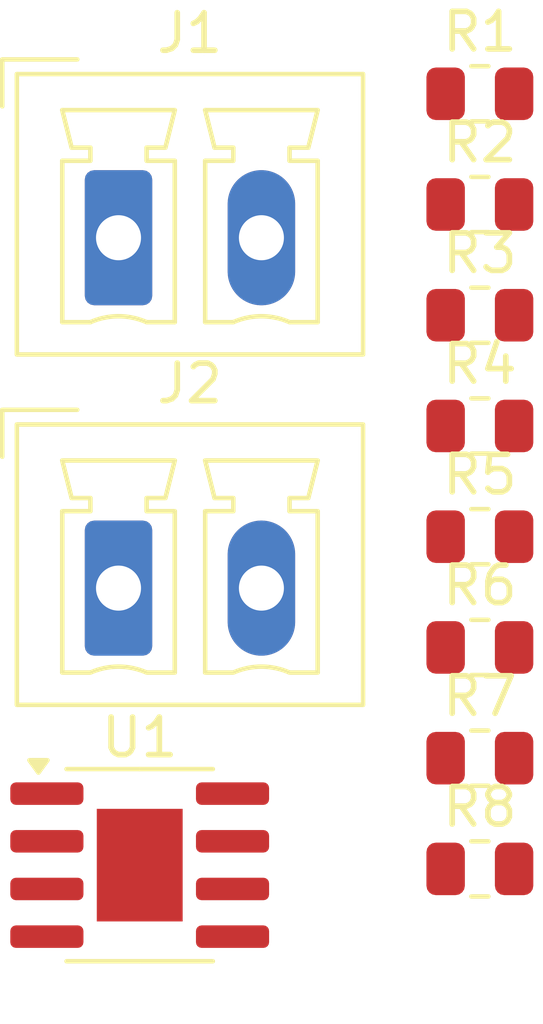
<source format=kicad_pcb>
(kicad_pcb (version 20240108) (generator "pcbnew") (generator_version "8.0")
  (layers (0 "F.Cu" signal) (31 "B.Cu" signal) (34 "B.Paste" user) (35 "F.Paste" user) (36 "B.SilkS" user "B.Silkscreen") (37 "F.SilkS" user "F.Silkscreen") (38 "B.Mask" user) (39 "F.Mask" user) (44 "Edge.Cuts" user))
  (net 0 "")
  (net 1 "Net-(J1-Pin_2)")
  (net 2 "GND")
  (net 3 "Net-(J2-Pin_2)")
  (net 4 "+5V")
  (net 5 "Net-(U1A--)")
  (net 6 "Net-(R3-Pad2)")
  (net 7 "Net-(U1B--)")
  (net 8 "Net-(R8-Pad2)")
  (footprint "Resistor_SMD:R_0805_2012Metric" (layer "F.Cu") (at 111.5875 71.7)
    (property "Reference" "R4" (at 0 -1.65 0) (layer "F.SilkS"))
    (property "Value" "1K")
    (fp_line (start -0.227064 -0.735) (end 0.227064 -0.735) (stroke (width 0.12)) (layer "F.SilkS"))
    (fp_line (start -0.227064 0.735) (end 0.227064 0.735) (stroke (width 0.12)) (layer "F.SilkS"))
    (pad "1" smd roundrect (at -0.9125 0) (size 1.025 1.4) (layers "F.Cu" "F.Paste" "F.Mask") (roundrect_rratio 0.243902) (net 5 "Net-(U1A--)"))
    (pad "2" smd roundrect (at 0.9125 0) (size 1.025 1.4) (layers "F.Cu" "F.Paste" "F.Mask") (roundrect_rratio 0.243902) (net 2 "GND"))
  )
  (footprint "Connector_Phoenix_MC:PhoenixContact_MCV_1,5_2-G-3.81_1x02_P3.81mm_Vertical" (layer "F.Cu") (at 101.9525 76.02)
    (property "Reference" "J2" (at 1.9 -5.45 0) (layer "F.SilkS"))
    (property "Value" "Conn_01x02")
    (fp_line (start -3.1 -4.75) (end -1.1 -4.75) (stroke (width 0.12)) (layer "F.SilkS"))
    (fp_line (start -3.1 -3.5) (end -3.1 -4.75) (stroke (width 0.12)) (layer "F.SilkS"))
    (fp_line (start -2.71 -4.36) (end -2.71 3.11) (stroke (width 0.12)) (layer "F.SilkS"))
    (fp_line (start -2.71 3.11) (end 6.52 3.11) (stroke (width 0.12)) (layer "F.SilkS"))
    (fp_line (start -1.5 -3.4) (end 1.5 -3.4) (stroke (width 0.12)) (layer "F.SilkS"))
    (fp_line (start -1.5 -2.05) (end -0.75 -2.05) (stroke (width 0.12)) (layer "F.SilkS"))
    (fp_line (start -1.5 2.25) (end -1.5 -2.05) (stroke (width 0.12)) (layer "F.SilkS"))
    (fp_line (start -1.25 -2.4) (end -1.5 -3.4) (stroke (width 0.12)) (layer "F.SilkS"))
    (fp_line (start -0.75 -2.4) (end -1.25 -2.4) (stroke (width 0.12)) (layer "F.SilkS"))
    (fp_line (start -0.75 -2.05) (end -0.75 -2.4) (stroke (width 0.12)) (layer "F.SilkS"))
    (fp_line (start -0.75 2.25) (end -1.5 2.25) (stroke (width 0.12)) (layer "F.SilkS"))
    (fp_line (start 0.75 -2.4) (end 0.75 -2.05) (stroke (width 0.12)) (layer "F.SilkS"))
    (fp_line (start 0.75 -2.05) (end 1.5 -2.05) (stroke (width 0.12)) (layer "F.SilkS"))
    (fp_line (start 1.25 -2.4) (end 0.75 -2.4) (stroke (width 0.12)) (layer "F.SilkS"))
    (fp_line (start 1.5 -3.4) (end 1.25 -2.4) (stroke (width 0.12)) (layer "F.SilkS"))
    (fp_line (start 1.5 -2.05) (end 1.5 2.25) (stroke (width 0.12)) (layer "F.SilkS"))
    (fp_line (start 1.5 2.25) (end 0.75 2.25) (stroke (width 0.12)) (layer "F.SilkS"))
    (fp_line (start 2.31 -3.4) (end 5.31 -3.4) (stroke (width 0.12)) (layer "F.SilkS"))
    (fp_line (start 2.31 -2.05) (end 3.06 -2.05) (stroke (width 0.12)) (layer "F.SilkS"))
    (fp_line (start 2.31 2.25) (end 2.31 -2.05) (stroke (width 0.12)) (layer "F.SilkS"))
    (fp_line (start 2.56 -2.4) (end 2.31 -3.4) (stroke (width 0.12)) (layer "F.SilkS"))
    (fp_line (start 3.06 -2.4) (end 2.56 -2.4) (stroke (width 0.12)) (layer "F.SilkS"))
    (fp_line (start 3.06 -2.05) (end 3.06 -2.4) (stroke (width 0.12)) (layer "F.SilkS"))
    (fp_line (start 3.06 2.25) (end 2.31 2.25) (stroke (width 0.12)) (layer "F.SilkS"))
    (fp_line (start 4.56 -2.4) (end 4.56 -2.05) (stroke (width 0.12)) (layer "F.SilkS"))
    (fp_line (start 4.56 -2.05) (end 5.31 -2.05) (stroke (width 0.12)) (layer "F.SilkS"))
    (fp_line (start 5.06 -2.4) (end 4.56 -2.4) (stroke (width 0.12)) (layer "F.SilkS"))
    (fp_line (start 5.31 -3.4) (end 5.06 -2.4) (stroke (width 0.12)) (layer "F.SilkS"))
    (fp_line (start 5.31 -2.05) (end 5.31 2.25) (stroke (width 0.12)) (layer "F.SilkS"))
    (fp_line (start 5.31 2.25) (end 4.56 2.25) (stroke (width 0.12)) (layer "F.SilkS"))
    (fp_line (start 6.52 -4.36) (end -2.71 -4.36) (stroke (width 0.12)) (layer "F.SilkS"))
    (fp_line (start 6.52 3.11) (end 6.52 -4.36) (stroke (width 0.12)) (layer "F.SilkS"))
    (fp_arc (start -0.75 2.25) (mid -0.000193 2.09191) (end 0.749647 2.249844) (stroke (width 0.12)) (layer "F.SilkS"))
    (fp_arc (start 3.06 2.25) (mid 3.809807 2.09191) (end 4.559647 2.249844) (stroke (width 0.12)) (layer "F.SilkS"))
    (pad "1" thru_hole roundrect (at 0 0) (size 1.8 3.6) (drill 1.2) (layers "*.Cu" "*.Mask") (roundrect_rratio 0.138889) (net 2 "GND"))
    (pad "2" thru_hole oval (at 3.81 0) (size 1.8 3.6) (drill 1.2) (layers "*.Cu" "*.Mask") (net 3 "Net-(J2-Pin_2)"))
  )
  (footprint "Resistor_SMD:R_0805_2012Metric" (layer "F.Cu") (at 111.5875 65.8)
    (property "Reference" "R2" (at 0 -1.65 0) (layer "F.SilkS"))
    (property "Value" "10K")
    (fp_line (start -0.227064 -0.735) (end 0.227064 -0.735) (stroke (width 0.12)) (layer "F.SilkS"))
    (fp_line (start -0.227064 0.735) (end 0.227064 0.735) (stroke (width 0.12)) (layer "F.SilkS"))
    (pad "1" smd roundrect (at -0.9125 0) (size 1.025 1.4) (layers "F.Cu" "F.Paste" "F.Mask") (roundrect_rratio 0.243902) (net 4 "+5V"))
    (pad "2" smd roundrect (at 0.9125 0) (size 1.025 1.4) (layers "F.Cu" "F.Paste" "F.Mask") (roundrect_rratio 0.243902) (net 1 "Net-(J1-Pin_2)"))
  )
  (footprint "Resistor_SMD:R_0805_2012Metric" (layer "F.Cu") (at 111.5875 74.65)
    (property "Reference" "R5" (at 0 -1.65 0) (layer "F.SilkS"))
    (property "Value" "10K")
    (fp_line (start -0.227064 -0.735) (end 0.227064 -0.735) (stroke (width 0.12)) (layer "F.SilkS"))
    (fp_line (start -0.227064 0.735) (end 0.227064 0.735) (stroke (width 0.12)) (layer "F.SilkS"))
    (pad "1" smd roundrect (at -0.9125 0) (size 1.025 1.4) (layers "F.Cu" "F.Paste" "F.Mask") (roundrect_rratio 0.243902) (net 4 "+5V"))
    (pad "2" smd roundrect (at 0.9125 0) (size 1.025 1.4) (layers "F.Cu" "F.Paste" "F.Mask") (roundrect_rratio 0.243902) (net 3 "Net-(J2-Pin_2)"))
  )
  (footprint "Package_SO:SOIC-8-1EP_3.9x4.9mm_P1.27mm_EP2.29x3mm" (layer "F.Cu") (at 102.5175 83.4)
    (property "Reference" "U1" (at 0 -3.4 0) (layer "F.SilkS"))
    (property "Value" "LM358")
    (fp_line (start 0 -2.56) (end -1.95 -2.56) (stroke (width 0.12)) (layer "F.SilkS"))
    (fp_line (start 0 -2.56) (end 1.95 -2.56) (stroke (width 0.12)) (layer "F.SilkS"))
    (fp_line (start 0 2.56) (end -1.95 2.56) (stroke (width 0.12)) (layer "F.SilkS"))
    (fp_line (start 0 2.56) (end 1.95 2.56) (stroke (width 0.12)) (layer "F.SilkS"))
    (fp_poly (pts (xy -2.7 -2.465) (xy -2.94 -2.795) (xy -2.46 -2.795) (xy -2.7 -2.465)) (stroke (width 0.12)) (fill solid) (layer "F.SilkS"))
    (pad "1" smd roundrect (at -2.475 -1.905) (size 1.95 0.6) (layers "F.Cu" "F.Paste" "F.Mask") (net 6 "Net-(R3-Pad2)"))
    (pad "2" smd roundrect (at -2.475 -0.635) (size 1.95 0.6) (layers "F.Cu" "F.Paste" "F.Mask") (net 5 "Net-(U1A--)"))
    (pad "3" smd roundrect (at -2.475 0.635) (size 1.95 0.6) (layers "F.Cu" "F.Paste" "F.Mask") (net 1 "Net-(J1-Pin_2)"))
    (pad "4" smd roundrect (at -2.475 1.905) (size 1.95 0.6) (layers "F.Cu" "F.Paste" "F.Mask"))
    (pad "5" smd roundrect (at 2.475 1.905) (size 1.95 0.6) (layers "F.Cu" "F.Paste" "F.Mask") (net 3 "Net-(J2-Pin_2)"))
    (pad "6" smd roundrect (at 2.475 0.635) (size 1.95 0.6) (layers "F.Cu" "F.Paste" "F.Mask") (net 7 "Net-(U1B--)"))
    (pad "7" smd roundrect (at 2.475 -0.635) (size 1.95 0.6) (layers "F.Cu" "F.Paste" "F.Mask") (net 8 "Net-(R8-Pad2)"))
    (pad "8" smd roundrect (at 2.475 -1.905) (size 1.95 0.6) (layers "F.Cu" "F.Paste" "F.Mask"))
    (pad "9" smd rect (at 0 0) (size 2.29 3) (property pad_prop_heatsink) (layers "F.Cu" "F.Mask"))
  )
  (footprint "Resistor_SMD:R_0805_2012Metric" (layer "F.Cu") (at 111.5875 68.75)
    (property "Reference" "R3" (at 0 -1.65 0) (layer "F.SilkS"))
    (property "Value" "10K")
    (fp_line (start -0.227064 -0.735) (end 0.227064 -0.735) (stroke (width 0.12)) (layer "F.SilkS"))
    (fp_line (start -0.227064 0.735) (end 0.227064 0.735) (stroke (width 0.12)) (layer "F.SilkS"))
    (pad "1" smd roundrect (at -0.9125 0) (size 1.025 1.4) (layers "F.Cu" "F.Paste" "F.Mask") (roundrect_rratio 0.243902) (net 5 "Net-(U1A--)"))
    (pad "2" smd roundrect (at 0.9125 0) (size 1.025 1.4) (layers "F.Cu" "F.Paste" "F.Mask") (roundrect_rratio 0.243902) (net 6 "Net-(R3-Pad2)"))
  )
  (footprint "Resistor_SMD:R_0805_2012Metric" (layer "F.Cu") (at 111.5875 83.5)
    (property "Reference" "R8" (at 0 -1.65 0) (layer "F.SilkS"))
    (property "Value" "10K")
    (fp_line (start -0.227064 -0.735) (end 0.227064 -0.735) (stroke (width 0.12)) (layer "F.SilkS"))
    (fp_line (start -0.227064 0.735) (end 0.227064 0.735) (stroke (width 0.12)) (layer "F.SilkS"))
    (pad "1" smd roundrect (at -0.9125 0) (size 1.025 1.4) (layers "F.Cu" "F.Paste" "F.Mask") (roundrect_rratio 0.243902) (net 7 "Net-(U1B--)"))
    (pad "2" smd roundrect (at 0.9125 0) (size 1.025 1.4) (layers "F.Cu" "F.Paste" "F.Mask") (roundrect_rratio 0.243902) (net 8 "Net-(R8-Pad2)"))
  )
  (footprint "Connector_Phoenix_MC:PhoenixContact_MCV_1,5_2-G-3.81_1x02_P3.81mm_Vertical" (layer "F.Cu") (at 101.9525 66.685)
    (property "Reference" "J1" (at 1.9 -5.45 0) (layer "F.SilkS"))
    (property "Value" "Conn_01x02")
    (fp_line (start -3.1 -4.75) (end -1.1 -4.75) (stroke (width 0.12)) (layer "F.SilkS"))
    (fp_line (start -3.1 -3.5) (end -3.1 -4.75) (stroke (width 0.12)) (layer "F.SilkS"))
    (fp_line (start -2.71 -4.36) (end -2.71 3.11) (stroke (width 0.12)) (layer "F.SilkS"))
    (fp_line (start -2.71 3.11) (end 6.52 3.11) (stroke (width 0.12)) (layer "F.SilkS"))
    (fp_line (start -1.5 -3.4) (end 1.5 -3.4) (stroke (width 0.12)) (layer "F.SilkS"))
    (fp_line (start -1.5 -2.05) (end -0.75 -2.05) (stroke (width 0.12)) (layer "F.SilkS"))
    (fp_line (start -1.5 2.25) (end -1.5 -2.05) (stroke (width 0.12)) (layer "F.SilkS"))
    (fp_line (start -1.25 -2.4) (end -1.5 -3.4) (stroke (width 0.12)) (layer "F.SilkS"))
    (fp_line (start -0.75 -2.4) (end -1.25 -2.4) (stroke (width 0.12)) (layer "F.SilkS"))
    (fp_line (start -0.75 -2.05) (end -0.75 -2.4) (stroke (width 0.12)) (layer "F.SilkS"))
    (fp_line (start -0.75 2.25) (end -1.5 2.25) (stroke (width 0.12)) (layer "F.SilkS"))
    (fp_line (start 0.75 -2.4) (end 0.75 -2.05) (stroke (width 0.12)) (layer "F.SilkS"))
    (fp_line (start 0.75 -2.05) (end 1.5 -2.05) (stroke (width 0.12)) (layer "F.SilkS"))
    (fp_line (start 1.25 -2.4) (end 0.75 -2.4) (stroke (width 0.12)) (layer "F.SilkS"))
    (fp_line (start 1.5 -3.4) (end 1.25 -2.4) (stroke (width 0.12)) (layer "F.SilkS"))
    (fp_line (start 1.5 -2.05) (end 1.5 2.25) (stroke (width 0.12)) (layer "F.SilkS"))
    (fp_line (start 1.5 2.25) (end 0.75 2.25) (stroke (width 0.12)) (layer "F.SilkS"))
    (fp_line (start 2.31 -3.4) (end 5.31 -3.4) (stroke (width 0.12)) (layer "F.SilkS"))
    (fp_line (start 2.31 -2.05) (end 3.06 -2.05) (stroke (width 0.12)) (layer "F.SilkS"))
    (fp_line (start 2.31 2.25) (end 2.31 -2.05) (stroke (width 0.12)) (layer "F.SilkS"))
    (fp_line (start 2.56 -2.4) (end 2.31 -3.4) (stroke (width 0.12)) (layer "F.SilkS"))
    (fp_line (start 3.06 -2.4) (end 2.56 -2.4) (stroke (width 0.12)) (layer "F.SilkS"))
    (fp_line (start 3.06 -2.05) (end 3.06 -2.4) (stroke (width 0.12)) (layer "F.SilkS"))
    (fp_line (start 3.06 2.25) (end 2.31 2.25) (stroke (width 0.12)) (layer "F.SilkS"))
    (fp_line (start 4.56 -2.4) (end 4.56 -2.05) (stroke (width 0.12)) (layer "F.SilkS"))
    (fp_line (start 4.56 -2.05) (end 5.31 -2.05) (stroke (width 0.12)) (layer "F.SilkS"))
    (fp_line (start 5.06 -2.4) (end 4.56 -2.4) (stroke (width 0.12)) (layer "F.SilkS"))
    (fp_line (start 5.31 -3.4) (end 5.06 -2.4) (stroke (width 0.12)) (layer "F.SilkS"))
    (fp_line (start 5.31 -2.05) (end 5.31 2.25) (stroke (width 0.12)) (layer "F.SilkS"))
    (fp_line (start 5.31 2.25) (end 4.56 2.25) (stroke (width 0.12)) (layer "F.SilkS"))
    (fp_line (start 6.52 -4.36) (end -2.71 -4.36) (stroke (width 0.12)) (layer "F.SilkS"))
    (fp_line (start 6.52 3.11) (end 6.52 -4.36) (stroke (width 0.12)) (layer "F.SilkS"))
    (fp_arc (start -0.75 2.25) (mid -0.000193 2.09191) (end 0.749647 2.249844) (stroke (width 0.12)) (layer "F.SilkS"))
    (fp_arc (start 3.06 2.25) (mid 3.809807 2.09191) (end 4.559647 2.249844) (stroke (width 0.12)) (layer "F.SilkS"))
    (pad "1" thru_hole roundrect (at 0 0) (size 1.8 3.6) (drill 1.2) (layers "*.Cu" "*.Mask") (roundrect_rratio 0.138889) (net 2 "GND"))
    (pad "2" thru_hole oval (at 3.81 0) (size 1.8 3.6) (drill 1.2) (layers "*.Cu" "*.Mask") (net 1 "Net-(J1-Pin_2)"))
  )
  (footprint "Resistor_SMD:R_0805_2012Metric" (layer "F.Cu") (at 111.5875 77.6)
    (property "Reference" "R6" (at 0 -1.65 0) (layer "F.SilkS"))
    (property "Value" "10K")
    (fp_line (start -0.227064 -0.735) (end 0.227064 -0.735) (stroke (width 0.12)) (layer "F.SilkS"))
    (fp_line (start -0.227064 0.735) (end 0.227064 0.735) (stroke (width 0.12)) (layer "F.SilkS"))
    (pad "1" smd roundrect (at -0.9125 0) (size 1.025 1.4) (layers "F.Cu" "F.Paste" "F.Mask") (roundrect_rratio 0.243902) (net 4 "+5V"))
    (pad "2" smd roundrect (at 0.9125 0) (size 1.025 1.4) (layers "F.Cu" "F.Paste" "F.Mask") (roundrect_rratio 0.243902) (net 7 "Net-(U1B--)"))
  )
  (footprint "Resistor_SMD:R_0805_2012Metric" (layer "F.Cu") (at 111.5875 62.85)
    (property "Reference" "R1" (at 0 -1.65 0) (layer "F.SilkS"))
    (property "Value" "10K")
    (fp_line (start -0.227064 -0.735) (end 0.227064 -0.735) (stroke (width 0.12)) (layer "F.SilkS"))
    (fp_line (start -0.227064 0.735) (end 0.227064 0.735) (stroke (width 0.12)) (layer "F.SilkS"))
    (pad "1" smd roundrect (at -0.9125 0) (size 1.025 1.4) (layers "F.Cu" "F.Paste" "F.Mask") (roundrect_rratio 0.243902) (net 4 "+5V"))
    (pad "2" smd roundrect (at 0.9125 0) (size 1.025 1.4) (layers "F.Cu" "F.Paste" "F.Mask") (roundrect_rratio 0.243902) (net 5 "Net-(U1A--)"))
  )
  (footprint "Resistor_SMD:R_0805_2012Metric" (layer "F.Cu") (at 111.5875 80.55)
    (property "Reference" "R7" (at 0 -1.65 0) (layer "F.SilkS"))
    (property "Value" "1K")
    (fp_line (start -0.227064 -0.735) (end 0.227064 -0.735) (stroke (width 0.12)) (layer "F.SilkS"))
    (fp_line (start -0.227064 0.735) (end 0.227064 0.735) (stroke (width 0.12)) (layer "F.SilkS"))
    (pad "1" smd roundrect (at -0.9125 0) (size 1.025 1.4) (layers "F.Cu" "F.Paste" "F.Mask") (roundrect_rratio 0.243902) (net 7 "Net-(U1B--)"))
    (pad "2" smd roundrect (at 0.9125 0) (size 1.025 1.4) (layers "F.Cu" "F.Paste" "F.Mask") (roundrect_rratio 0.243902) (net 2 "GND"))
  )
)
</source>
